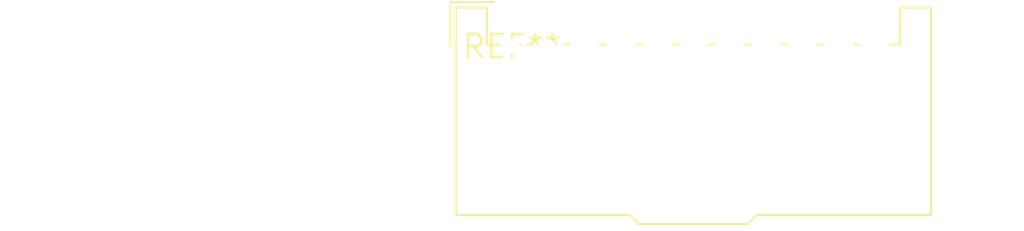
<source format=kicad_pcb>
(kicad_pcb (version 20240108) (generator pcbnew)
  (layers (0 "F.Cu" signal) (31 "B.Cu" signal) (34 "B.Paste" user) (35 "F.Paste" user) (36 "B.SilkS" user "B.Silkscreen") (37 "F.SilkS" user "F.Silkscreen") (38 "B.Mask" user) (39 "F.Mask" user) (44 "Edge.Cuts" user))
  (net 0 "")
  (footprint "Molex_MicroClasp_55935-1110_1x11_P2.00mm_Horizontal" (layer "F.Cu") (at 0 0)
    (property "Reference" "REF**")
    (property "Value" "Molex_MicroClasp_55935-1110_1x11_P2.00mm_Horizontal")
    (fp_line (start -3.41 -2.46) (end -1 -2.46) (layer "F.SilkS") (stroke (width 0.12)))
    (fp_line (start -3.41 -0.05) (end -3.41 -2.46) (layer "F.SilkS") (stroke (width 0.12)))
    (fp_line (start -3.11 -2.16) (end -1.39 -2.16) (layer "F.SilkS") (stroke (width 0.12)))
    (fp_line (start -3.11 9.31) (end -3.11 -2.16) (layer "F.SilkS") (stroke (width 0.12)))
    (fp_line (start -1.39 -2.16) (end -1.39 -0.11) (layer "F.SilkS") (stroke (width 0.12)))
    (fp_line (start -1.39 -0.11) (end -0.86 -0.11) (layer "F.SilkS") (stroke (width 0.12)))
    (fp_line (start 0.86 -0.11) (end 1.14 -0.11) (layer "F.SilkS") (stroke (width 0.12)))
    (fp_line (start 2.86 -0.11) (end 3.14 -0.11) (layer "F.SilkS") (stroke (width 0.12)))
    (fp_line (start 4.86 -0.11) (end 5.14 -0.11) (layer "F.SilkS") (stroke (width 0.12)))
    (fp_line (start 6.5 9.31) (end -3.11 9.31) (layer "F.SilkS") (stroke (width 0.12)))
    (fp_line (start 6.86 -0.11) (end 7.14 -0.11) (layer "F.SilkS") (stroke (width 0.12)))
    (fp_line (start 7 9.81) (end 6.5 9.31) (layer "F.SilkS") (stroke (width 0.12)))
    (fp_line (start 8.86 -0.11) (end 9.14 -0.11) (layer "F.SilkS") (stroke (width 0.12)))
    (fp_line (start 10 9.81) (end 7 9.81) (layer "F.SilkS") (stroke (width 0.12)))
    (fp_line (start 10 9.81) (end 13 9.81) (layer "F.SilkS") (stroke (width 0.12)))
    (fp_line (start 10.86 -0.11) (end 11.14 -0.11) (layer "F.SilkS") (stroke (width 0.12)))
    (fp_line (start 12.86 -0.11) (end 13.14 -0.11) (layer "F.SilkS") (stroke (width 0.12)))
    (fp_line (start 13 9.81) (end 13.5 9.31) (layer "F.SilkS") (stroke (width 0.12)))
    (fp_line (start 13.5 9.31) (end 23.11 9.31) (layer "F.SilkS") (stroke (width 0.12)))
    (fp_line (start 14.86 -0.11) (end 15.14 -0.11) (layer "F.SilkS") (stroke (width 0.12)))
    (fp_line (start 16.86 -0.11) (end 17.14 -0.11) (layer "F.SilkS") (stroke (width 0.12)))
    (fp_line (start 18.86 -0.11) (end 19.14 -0.11) (layer "F.SilkS") (stroke (width 0.12)))
    (fp_line (start 21.39 -2.16) (end 21.39 -0.11) (layer "F.SilkS") (stroke (width 0.12)))
    (fp_line (start 21.39 -0.11) (end 20.86 -0.11) (layer "F.SilkS") (stroke (width 0.12)))
    (fp_line (start 23.11 -2.16) (end 21.39 -2.16) (layer "F.SilkS") (stroke (width 0.12)))
    (fp_line (start 23.11 9.31) (end 23.11 -2.16) (layer "F.SilkS") (stroke (width 0.12)))
    (pad "" np_thru_hole circle (at -2 2.4) (size 1.2 1.2) (drill 1.2) (layers *.Cu *.Mask))
    (pad "" np_thru_hole circle (at 22 2.4) (size 1.2 1.2) (drill 1.2) (layers *.Cu *.Mask))
    (pad "1" thru_hole roundrect (at 0 0) (size 1.2 1.8) (drill 0.8) (layers *.Cu *.Mask) (remove_unused_layers) (roundrect_rratio 0.208333))
    (pad "2" thru_hole oval (at 2 0) (size 1.2 1.8) (drill 0.8) (layers *.Cu *.Mask) (remove_unused_layers))
    (pad "3" thru_hole oval (at 4 0) (size 1.2 1.8) (drill 0.8) (layers *.Cu *.Mask) (remove_unused_layers))
    (pad "4" thru_hole oval (at 6 0) (size 1.2 1.8) (drill 0.8) (layers *.Cu *.Mask) (remove_unused_layers))
    (pad "5" thru_hole oval (at 8 0) (size 1.2 1.8) (drill 0.8) (layers *.Cu *.Mask) (remove_unused_layers))
    (pad "6" thru_hole oval (at 10 0) (size 1.2 1.8) (drill 0.8) (layers *.Cu *.Mask) (remove_unused_layers))
    (pad "7" thru_hole oval (at 12 0) (size 1.2 1.8) (drill 0.8) (layers *.Cu *.Mask) (remove_unused_layers))
    (pad "8" thru_hole oval (at 14 0) (size 1.2 1.8) (drill 0.8) (layers *.Cu *.Mask) (remove_unused_layers))
    (pad "9" thru_hole oval (at 16 0) (size 1.2 1.8) (drill 0.8) (layers *.Cu *.Mask) (remove_unused_layers))
    (pad "10" thru_hole oval (at 18 0) (size 1.2 1.8) (drill 0.8) (layers *.Cu *.Mask) (remove_unused_layers))
    (pad "11" thru_hole oval (at 20 0) (size 1.2 1.8) (drill 0.8) (layers *.Cu *.Mask) (remove_unused_layers))
  )
)
</source>
